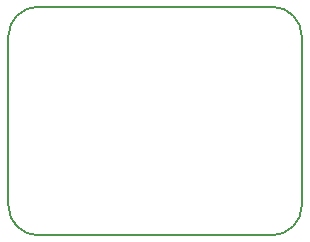
<source format=gbr>
G04 #@! TF.GenerationSoftware,KiCad,Pcbnew,5.0.2+dfsg1-1~bpo9+1*
G04 #@! TF.CreationDate,2019-09-16T10:21:19+01:00*
G04 #@! TF.ProjectId,usb_c_usb_a,7573625f-635f-4757-9362-5f612e6b6963,rev?*
G04 #@! TF.SameCoordinates,Original*
G04 #@! TF.FileFunction,Profile,NP*
%FSLAX46Y46*%
G04 Gerber Fmt 4.6, Leading zero omitted, Abs format (unit mm)*
G04 Created by KiCad (PCBNEW 5.0.2+dfsg1-1~bpo9+1) date Mon 16 Sep 2019 10:21:19 BST*
%MOMM*%
%LPD*%
G01*
G04 APERTURE LIST*
%ADD10C,0.150000*%
G04 APERTURE END LIST*
D10*
X152920700Y-51219100D02*
X172681900Y-51219100D01*
X152920700Y-70586600D02*
X172681900Y-70586600D01*
X150380700Y-53759100D02*
X150380700Y-68046600D01*
X175234600Y-53784500D02*
X175234600Y-68072000D01*
X152920700Y-70586600D02*
G75*
G02X150380700Y-68046600I0J2540000D01*
G01*
X175234600Y-68046600D02*
G75*
G02X172694600Y-70586600I-2540000J0D01*
G01*
X150380700Y-53759100D02*
G75*
G02X152920700Y-51219100I2540000J0D01*
G01*
X172694600Y-51219100D02*
G75*
G02X175234600Y-53759100I0J-2540000D01*
G01*
M02*

</source>
